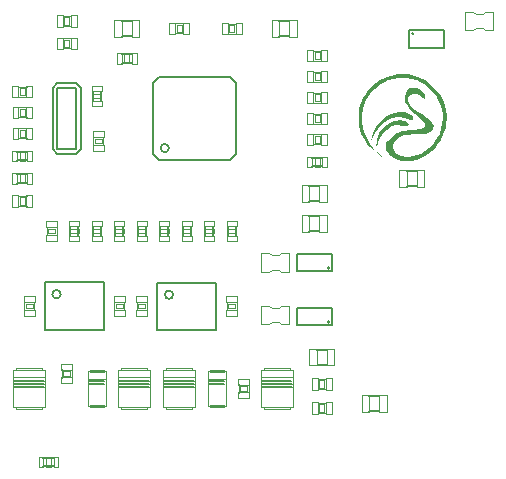
<source format=gbo>
G04 (created by PCBNEW (2013-03-19 BZR 4004)-stable) date 2014/11/27 13:38:41*
%MOIN*%
G04 Gerber Fmt 3.4, Leading zero omitted, Abs format*
%FSLAX34Y34*%
G01*
G70*
G90*
G04 APERTURE LIST*
%ADD10C,0*%
%ADD11C,0.00590551*%
%ADD12C,0.0026*%
%ADD13C,0.006*%
%ADD14C,0.004*%
%ADD15C,0.0019685*%
%ADD16C,0.0079*%
%ADD17C,0.0001*%
G04 APERTURE END LIST*
G54D10*
G54D11*
X70154Y-26234D02*
G75*
G03X70154Y-26234I-139J0D01*
G74*
G01*
X72377Y-25250D02*
X72377Y-24068D01*
X72377Y-24068D02*
X72181Y-23872D01*
X72181Y-23872D02*
X69818Y-23872D01*
X69818Y-23872D02*
X69622Y-24068D01*
X69622Y-24068D02*
X69622Y-26431D01*
X69622Y-26431D02*
X69818Y-26627D01*
X69818Y-26627D02*
X71984Y-26627D01*
X71984Y-26627D02*
X72181Y-26627D01*
X72181Y-26627D02*
X72377Y-26431D01*
X72377Y-26431D02*
X72377Y-25250D01*
G54D12*
X68910Y-21975D02*
X69165Y-21975D01*
X69165Y-21975D02*
X69165Y-22526D01*
X68910Y-22526D02*
X69165Y-22526D01*
X68910Y-21975D02*
X68910Y-22526D01*
X68330Y-21975D02*
X68586Y-21975D01*
X68586Y-21975D02*
X68586Y-22526D01*
X68330Y-22526D02*
X68586Y-22526D01*
X68330Y-21975D02*
X68330Y-22526D01*
G54D13*
X68589Y-22500D02*
X68911Y-22500D01*
X68589Y-22000D02*
X68911Y-22000D01*
G54D12*
X75410Y-32925D02*
X75665Y-32925D01*
X75665Y-32925D02*
X75665Y-33476D01*
X75410Y-33476D02*
X75665Y-33476D01*
X75410Y-32925D02*
X75410Y-33476D01*
X74830Y-32925D02*
X75086Y-32925D01*
X75086Y-32925D02*
X75086Y-33476D01*
X74830Y-33476D02*
X75086Y-33476D01*
X74830Y-32925D02*
X74830Y-33476D01*
G54D13*
X75089Y-33450D02*
X75411Y-33450D01*
X75089Y-32950D02*
X75411Y-32950D01*
G54D12*
X75160Y-28475D02*
X75415Y-28475D01*
X75415Y-28475D02*
X75415Y-29026D01*
X75160Y-29026D02*
X75415Y-29026D01*
X75160Y-28475D02*
X75160Y-29026D01*
X74580Y-28475D02*
X74836Y-28475D01*
X74836Y-28475D02*
X74836Y-29026D01*
X74580Y-29026D02*
X74836Y-29026D01*
X74580Y-28475D02*
X74580Y-29026D01*
G54D13*
X74839Y-29000D02*
X75161Y-29000D01*
X74839Y-28500D02*
X75161Y-28500D01*
G54D12*
X77160Y-34475D02*
X77415Y-34475D01*
X77415Y-34475D02*
X77415Y-35026D01*
X77160Y-35026D02*
X77415Y-35026D01*
X77160Y-34475D02*
X77160Y-35026D01*
X76580Y-34475D02*
X76836Y-34475D01*
X76836Y-34475D02*
X76836Y-35026D01*
X76580Y-35026D02*
X76836Y-35026D01*
X76580Y-34475D02*
X76580Y-35026D01*
G54D13*
X76839Y-35000D02*
X77161Y-35000D01*
X76839Y-34500D02*
X77161Y-34500D01*
G54D12*
X73840Y-22525D02*
X73585Y-22525D01*
X73585Y-22525D02*
X73585Y-21974D01*
X73840Y-21974D02*
X73585Y-21974D01*
X73840Y-22525D02*
X73840Y-21974D01*
X74420Y-22525D02*
X74164Y-22525D01*
X74164Y-22525D02*
X74164Y-21974D01*
X74420Y-21974D02*
X74164Y-21974D01*
X74420Y-22525D02*
X74420Y-21974D01*
G54D13*
X74161Y-22000D02*
X73839Y-22000D01*
X74161Y-22500D02*
X73839Y-22500D01*
G54D12*
X75160Y-27475D02*
X75415Y-27475D01*
X75415Y-27475D02*
X75415Y-28026D01*
X75160Y-28026D02*
X75415Y-28026D01*
X75160Y-27475D02*
X75160Y-28026D01*
X74580Y-27475D02*
X74836Y-27475D01*
X74836Y-27475D02*
X74836Y-28026D01*
X74580Y-28026D02*
X74836Y-28026D01*
X74580Y-27475D02*
X74580Y-28026D01*
G54D13*
X74839Y-28000D02*
X75161Y-28000D01*
X74839Y-27500D02*
X75161Y-27500D01*
G54D12*
X78410Y-26975D02*
X78665Y-26975D01*
X78665Y-26975D02*
X78665Y-27526D01*
X78410Y-27526D02*
X78665Y-27526D01*
X78410Y-26975D02*
X78410Y-27526D01*
X77830Y-26975D02*
X78086Y-26975D01*
X78086Y-26975D02*
X78086Y-27526D01*
X77830Y-27526D02*
X78086Y-27526D01*
X77830Y-26975D02*
X77830Y-27526D01*
G54D13*
X78089Y-27500D02*
X78411Y-27500D01*
X78089Y-27000D02*
X78411Y-27000D01*
G54D12*
X65440Y-26330D02*
X65600Y-26330D01*
X65600Y-26330D02*
X65600Y-26670D01*
X65440Y-26670D02*
X65600Y-26670D01*
X65440Y-26330D02*
X65440Y-26670D01*
X64940Y-26330D02*
X65100Y-26330D01*
X65100Y-26330D02*
X65100Y-26670D01*
X64940Y-26670D02*
X65100Y-26670D01*
X64940Y-26330D02*
X64940Y-26670D01*
X65192Y-26343D02*
X65348Y-26343D01*
X65348Y-26343D02*
X65348Y-26657D01*
X65192Y-26657D02*
X65348Y-26657D01*
X65192Y-26343D02*
X65192Y-26657D01*
G54D13*
X65100Y-26360D02*
X65440Y-26360D01*
X65440Y-26640D02*
X65100Y-26640D01*
G54D12*
X68580Y-23420D02*
X68420Y-23420D01*
X68420Y-23420D02*
X68420Y-23080D01*
X68580Y-23080D02*
X68420Y-23080D01*
X68580Y-23420D02*
X68580Y-23080D01*
X69080Y-23420D02*
X68920Y-23420D01*
X68920Y-23420D02*
X68920Y-23080D01*
X69080Y-23080D02*
X68920Y-23080D01*
X69080Y-23420D02*
X69080Y-23080D01*
X68828Y-23407D02*
X68672Y-23407D01*
X68672Y-23407D02*
X68672Y-23093D01*
X68828Y-23093D02*
X68672Y-23093D01*
X68828Y-23407D02*
X68828Y-23093D01*
G54D13*
X68920Y-23390D02*
X68580Y-23390D01*
X68580Y-23110D02*
X68920Y-23110D01*
G54D12*
X75270Y-26530D02*
X75430Y-26530D01*
X75430Y-26530D02*
X75430Y-26870D01*
X75270Y-26870D02*
X75430Y-26870D01*
X75270Y-26530D02*
X75270Y-26870D01*
X74770Y-26530D02*
X74930Y-26530D01*
X74930Y-26530D02*
X74930Y-26870D01*
X74770Y-26870D02*
X74930Y-26870D01*
X74770Y-26530D02*
X74770Y-26870D01*
X75022Y-26543D02*
X75178Y-26543D01*
X75178Y-26543D02*
X75178Y-26857D01*
X75022Y-26857D02*
X75178Y-26857D01*
X75022Y-26543D02*
X75022Y-26857D01*
G54D13*
X74930Y-26560D02*
X75270Y-26560D01*
X75270Y-26840D02*
X74930Y-26840D01*
G54D12*
X65440Y-27080D02*
X65600Y-27080D01*
X65600Y-27080D02*
X65600Y-27420D01*
X65440Y-27420D02*
X65600Y-27420D01*
X65440Y-27080D02*
X65440Y-27420D01*
X64940Y-27080D02*
X65100Y-27080D01*
X65100Y-27080D02*
X65100Y-27420D01*
X64940Y-27420D02*
X65100Y-27420D01*
X64940Y-27080D02*
X64940Y-27420D01*
X65192Y-27093D02*
X65348Y-27093D01*
X65348Y-27093D02*
X65348Y-27407D01*
X65192Y-27407D02*
X65348Y-27407D01*
X65192Y-27093D02*
X65192Y-27407D01*
G54D13*
X65100Y-27110D02*
X65440Y-27110D01*
X65440Y-27390D02*
X65100Y-27390D01*
G54D12*
X71670Y-29170D02*
X71670Y-29330D01*
X71670Y-29330D02*
X71330Y-29330D01*
X71330Y-29170D02*
X71330Y-29330D01*
X71670Y-29170D02*
X71330Y-29170D01*
X71670Y-28670D02*
X71670Y-28830D01*
X71670Y-28830D02*
X71330Y-28830D01*
X71330Y-28670D02*
X71330Y-28830D01*
X71670Y-28670D02*
X71330Y-28670D01*
X71657Y-28922D02*
X71657Y-29078D01*
X71657Y-29078D02*
X71343Y-29078D01*
X71343Y-28922D02*
X71343Y-29078D01*
X71657Y-28922D02*
X71343Y-28922D01*
G54D13*
X71640Y-28830D02*
X71640Y-29170D01*
X71360Y-29170D02*
X71360Y-28830D01*
G54D12*
X72420Y-29170D02*
X72420Y-29330D01*
X72420Y-29330D02*
X72080Y-29330D01*
X72080Y-29170D02*
X72080Y-29330D01*
X72420Y-29170D02*
X72080Y-29170D01*
X72420Y-28670D02*
X72420Y-28830D01*
X72420Y-28830D02*
X72080Y-28830D01*
X72080Y-28670D02*
X72080Y-28830D01*
X72420Y-28670D02*
X72080Y-28670D01*
X72407Y-28922D02*
X72407Y-29078D01*
X72407Y-29078D02*
X72093Y-29078D01*
X72093Y-28922D02*
X72093Y-29078D01*
X72407Y-28922D02*
X72093Y-28922D01*
G54D13*
X72390Y-28830D02*
X72390Y-29170D01*
X72110Y-29170D02*
X72110Y-28830D01*
G54D12*
X70920Y-29170D02*
X70920Y-29330D01*
X70920Y-29330D02*
X70580Y-29330D01*
X70580Y-29170D02*
X70580Y-29330D01*
X70920Y-29170D02*
X70580Y-29170D01*
X70920Y-28670D02*
X70920Y-28830D01*
X70920Y-28830D02*
X70580Y-28830D01*
X70580Y-28670D02*
X70580Y-28830D01*
X70920Y-28670D02*
X70580Y-28670D01*
X70907Y-28922D02*
X70907Y-29078D01*
X70907Y-29078D02*
X70593Y-29078D01*
X70593Y-28922D02*
X70593Y-29078D01*
X70907Y-28922D02*
X70593Y-28922D01*
G54D13*
X70890Y-28830D02*
X70890Y-29170D01*
X70610Y-29170D02*
X70610Y-28830D01*
G54D12*
X68670Y-29170D02*
X68670Y-29330D01*
X68670Y-29330D02*
X68330Y-29330D01*
X68330Y-29170D02*
X68330Y-29330D01*
X68670Y-29170D02*
X68330Y-29170D01*
X68670Y-28670D02*
X68670Y-28830D01*
X68670Y-28830D02*
X68330Y-28830D01*
X68330Y-28670D02*
X68330Y-28830D01*
X68670Y-28670D02*
X68330Y-28670D01*
X68657Y-28922D02*
X68657Y-29078D01*
X68657Y-29078D02*
X68343Y-29078D01*
X68343Y-28922D02*
X68343Y-29078D01*
X68657Y-28922D02*
X68343Y-28922D01*
G54D13*
X68640Y-28830D02*
X68640Y-29170D01*
X68360Y-29170D02*
X68360Y-28830D01*
G54D12*
X67170Y-29170D02*
X67170Y-29330D01*
X67170Y-29330D02*
X66830Y-29330D01*
X66830Y-29170D02*
X66830Y-29330D01*
X67170Y-29170D02*
X66830Y-29170D01*
X67170Y-28670D02*
X67170Y-28830D01*
X67170Y-28830D02*
X66830Y-28830D01*
X66830Y-28670D02*
X66830Y-28830D01*
X67170Y-28670D02*
X66830Y-28670D01*
X67157Y-28922D02*
X67157Y-29078D01*
X67157Y-29078D02*
X66843Y-29078D01*
X66843Y-28922D02*
X66843Y-29078D01*
X67157Y-28922D02*
X66843Y-28922D01*
G54D13*
X67140Y-28830D02*
X67140Y-29170D01*
X66860Y-29170D02*
X66860Y-28830D01*
G54D12*
X69420Y-29170D02*
X69420Y-29330D01*
X69420Y-29330D02*
X69080Y-29330D01*
X69080Y-29170D02*
X69080Y-29330D01*
X69420Y-29170D02*
X69080Y-29170D01*
X69420Y-28670D02*
X69420Y-28830D01*
X69420Y-28830D02*
X69080Y-28830D01*
X69080Y-28670D02*
X69080Y-28830D01*
X69420Y-28670D02*
X69080Y-28670D01*
X69407Y-28922D02*
X69407Y-29078D01*
X69407Y-29078D02*
X69093Y-29078D01*
X69093Y-28922D02*
X69093Y-29078D01*
X69407Y-28922D02*
X69093Y-28922D01*
G54D13*
X69390Y-28830D02*
X69390Y-29170D01*
X69110Y-29170D02*
X69110Y-28830D01*
G54D12*
X70170Y-29170D02*
X70170Y-29330D01*
X70170Y-29330D02*
X69830Y-29330D01*
X69830Y-29170D02*
X69830Y-29330D01*
X70170Y-29170D02*
X69830Y-29170D01*
X70170Y-28670D02*
X70170Y-28830D01*
X70170Y-28830D02*
X69830Y-28830D01*
X69830Y-28670D02*
X69830Y-28830D01*
X70170Y-28670D02*
X69830Y-28670D01*
X70157Y-28922D02*
X70157Y-29078D01*
X70157Y-29078D02*
X69843Y-29078D01*
X69843Y-28922D02*
X69843Y-29078D01*
X70157Y-28922D02*
X69843Y-28922D01*
G54D13*
X70140Y-28830D02*
X70140Y-29170D01*
X69860Y-29170D02*
X69860Y-28830D01*
G54D12*
X67580Y-24330D02*
X67580Y-24170D01*
X67580Y-24170D02*
X67920Y-24170D01*
X67920Y-24330D02*
X67920Y-24170D01*
X67580Y-24330D02*
X67920Y-24330D01*
X67580Y-24830D02*
X67580Y-24670D01*
X67580Y-24670D02*
X67920Y-24670D01*
X67920Y-24830D02*
X67920Y-24670D01*
X67580Y-24830D02*
X67920Y-24830D01*
X67593Y-24578D02*
X67593Y-24422D01*
X67593Y-24422D02*
X67907Y-24422D01*
X67907Y-24578D02*
X67907Y-24422D01*
X67593Y-24578D02*
X67907Y-24578D01*
G54D13*
X67610Y-24670D02*
X67610Y-24330D01*
X67890Y-24330D02*
X67890Y-24670D01*
G54D12*
X67920Y-29170D02*
X67920Y-29330D01*
X67920Y-29330D02*
X67580Y-29330D01*
X67580Y-29170D02*
X67580Y-29330D01*
X67920Y-29170D02*
X67580Y-29170D01*
X67920Y-28670D02*
X67920Y-28830D01*
X67920Y-28830D02*
X67580Y-28830D01*
X67580Y-28670D02*
X67580Y-28830D01*
X67920Y-28670D02*
X67580Y-28670D01*
X67907Y-28922D02*
X67907Y-29078D01*
X67907Y-29078D02*
X67593Y-29078D01*
X67593Y-28922D02*
X67593Y-29078D01*
X67907Y-28922D02*
X67593Y-28922D01*
G54D13*
X67890Y-28830D02*
X67890Y-29170D01*
X67610Y-29170D02*
X67610Y-28830D01*
G54D11*
X66277Y-24226D02*
X66277Y-26234D01*
X66277Y-26234D02*
X66277Y-26273D01*
X66277Y-26273D02*
X66435Y-26431D01*
X66435Y-26431D02*
X67064Y-26431D01*
X67064Y-26431D02*
X67222Y-26273D01*
X67222Y-26273D02*
X67222Y-24226D01*
X67222Y-24226D02*
X67064Y-24068D01*
X67064Y-24068D02*
X66435Y-24068D01*
X66435Y-24068D02*
X66277Y-24226D01*
X66435Y-24226D02*
X66435Y-26234D01*
X66435Y-26234D02*
X66435Y-26273D01*
X66435Y-26273D02*
X67064Y-26273D01*
X67064Y-26273D02*
X67064Y-24226D01*
X67064Y-24226D02*
X66435Y-24226D01*
G54D12*
X66935Y-33420D02*
X66935Y-33617D01*
X66935Y-33617D02*
X66561Y-33617D01*
X66561Y-33420D02*
X66561Y-33617D01*
X66935Y-33420D02*
X66561Y-33420D01*
X66935Y-33880D02*
X66935Y-34076D01*
X66935Y-34076D02*
X66561Y-34076D01*
X66561Y-33880D02*
X66561Y-34076D01*
X66935Y-33880D02*
X66561Y-33880D01*
X66868Y-33672D02*
X66868Y-33828D01*
X66868Y-33828D02*
X66632Y-33828D01*
X66632Y-33672D02*
X66632Y-33828D01*
X66868Y-33672D02*
X66632Y-33672D01*
G54D14*
X66580Y-33610D02*
X66580Y-33890D01*
X66914Y-33610D02*
X66914Y-33890D01*
G54D12*
X72835Y-33920D02*
X72835Y-34117D01*
X72835Y-34117D02*
X72461Y-34117D01*
X72461Y-33920D02*
X72461Y-34117D01*
X72835Y-33920D02*
X72461Y-33920D01*
X72835Y-34380D02*
X72835Y-34576D01*
X72835Y-34576D02*
X72461Y-34576D01*
X72461Y-34380D02*
X72461Y-34576D01*
X72835Y-34380D02*
X72461Y-34380D01*
X72768Y-34172D02*
X72768Y-34328D01*
X72768Y-34328D02*
X72532Y-34328D01*
X72532Y-34172D02*
X72532Y-34328D01*
X72768Y-34172D02*
X72532Y-34172D01*
G54D14*
X72480Y-34110D02*
X72480Y-34390D01*
X72814Y-34110D02*
X72814Y-34390D01*
G54D12*
X75430Y-26135D02*
X75233Y-26135D01*
X75233Y-26135D02*
X75233Y-25761D01*
X75430Y-25761D02*
X75233Y-25761D01*
X75430Y-26135D02*
X75430Y-25761D01*
X74970Y-26135D02*
X74774Y-26135D01*
X74774Y-26135D02*
X74774Y-25761D01*
X74970Y-25761D02*
X74774Y-25761D01*
X74970Y-26135D02*
X74970Y-25761D01*
X75178Y-26068D02*
X75022Y-26068D01*
X75022Y-26068D02*
X75022Y-25832D01*
X75178Y-25832D02*
X75022Y-25832D01*
X75178Y-26068D02*
X75178Y-25832D01*
G54D14*
X75240Y-25780D02*
X74960Y-25780D01*
X75240Y-26114D02*
X74960Y-26114D01*
G54D12*
X74770Y-25065D02*
X74967Y-25065D01*
X74967Y-25065D02*
X74967Y-25439D01*
X74770Y-25439D02*
X74967Y-25439D01*
X74770Y-25065D02*
X74770Y-25439D01*
X75230Y-25065D02*
X75426Y-25065D01*
X75426Y-25065D02*
X75426Y-25439D01*
X75230Y-25439D02*
X75426Y-25439D01*
X75230Y-25065D02*
X75230Y-25439D01*
X75022Y-25132D02*
X75178Y-25132D01*
X75178Y-25132D02*
X75178Y-25368D01*
X75022Y-25368D02*
X75178Y-25368D01*
X75022Y-25132D02*
X75022Y-25368D01*
G54D14*
X74960Y-25420D02*
X75240Y-25420D01*
X74960Y-25086D02*
X75240Y-25086D01*
G54D12*
X74770Y-24365D02*
X74967Y-24365D01*
X74967Y-24365D02*
X74967Y-24739D01*
X74770Y-24739D02*
X74967Y-24739D01*
X74770Y-24365D02*
X74770Y-24739D01*
X75230Y-24365D02*
X75426Y-24365D01*
X75426Y-24365D02*
X75426Y-24739D01*
X75230Y-24739D02*
X75426Y-24739D01*
X75230Y-24365D02*
X75230Y-24739D01*
X75022Y-24432D02*
X75178Y-24432D01*
X75178Y-24432D02*
X75178Y-24668D01*
X75022Y-24668D02*
X75178Y-24668D01*
X75022Y-24432D02*
X75022Y-24668D01*
G54D14*
X74960Y-24720D02*
X75240Y-24720D01*
X74960Y-24386D02*
X75240Y-24386D01*
G54D12*
X67080Y-22935D02*
X66883Y-22935D01*
X66883Y-22935D02*
X66883Y-22561D01*
X67080Y-22561D02*
X66883Y-22561D01*
X67080Y-22935D02*
X67080Y-22561D01*
X66620Y-22935D02*
X66424Y-22935D01*
X66424Y-22935D02*
X66424Y-22561D01*
X66620Y-22561D02*
X66424Y-22561D01*
X66620Y-22935D02*
X66620Y-22561D01*
X66828Y-22868D02*
X66672Y-22868D01*
X66672Y-22868D02*
X66672Y-22632D01*
X66828Y-22632D02*
X66672Y-22632D01*
X66828Y-22868D02*
X66828Y-22632D01*
G54D14*
X66890Y-22580D02*
X66610Y-22580D01*
X66890Y-22914D02*
X66610Y-22914D01*
G54D12*
X65600Y-25235D02*
X65403Y-25235D01*
X65403Y-25235D02*
X65403Y-24861D01*
X65600Y-24861D02*
X65403Y-24861D01*
X65600Y-25235D02*
X65600Y-24861D01*
X65140Y-25235D02*
X64944Y-25235D01*
X64944Y-25235D02*
X64944Y-24861D01*
X65140Y-24861D02*
X64944Y-24861D01*
X65140Y-25235D02*
X65140Y-24861D01*
X65348Y-25168D02*
X65192Y-25168D01*
X65192Y-25168D02*
X65192Y-24932D01*
X65348Y-24932D02*
X65192Y-24932D01*
X65348Y-25168D02*
X65348Y-24932D01*
G54D14*
X65410Y-24880D02*
X65130Y-24880D01*
X65410Y-25214D02*
X65130Y-25214D01*
G54D12*
X65600Y-25935D02*
X65403Y-25935D01*
X65403Y-25935D02*
X65403Y-25561D01*
X65600Y-25561D02*
X65403Y-25561D01*
X65600Y-25935D02*
X65600Y-25561D01*
X65140Y-25935D02*
X64944Y-25935D01*
X64944Y-25935D02*
X64944Y-25561D01*
X65140Y-25561D02*
X64944Y-25561D01*
X65140Y-25935D02*
X65140Y-25561D01*
X65348Y-25868D02*
X65192Y-25868D01*
X65192Y-25868D02*
X65192Y-25632D01*
X65348Y-25632D02*
X65192Y-25632D01*
X65348Y-25868D02*
X65348Y-25632D01*
G54D14*
X65410Y-25580D02*
X65130Y-25580D01*
X65410Y-25914D02*
X65130Y-25914D01*
G54D12*
X67080Y-22185D02*
X66883Y-22185D01*
X66883Y-22185D02*
X66883Y-21811D01*
X67080Y-21811D02*
X66883Y-21811D01*
X67080Y-22185D02*
X67080Y-21811D01*
X66620Y-22185D02*
X66424Y-22185D01*
X66424Y-22185D02*
X66424Y-21811D01*
X66620Y-21811D02*
X66424Y-21811D01*
X66620Y-22185D02*
X66620Y-21811D01*
X66828Y-22118D02*
X66672Y-22118D01*
X66672Y-22118D02*
X66672Y-21882D01*
X66828Y-21882D02*
X66672Y-21882D01*
X66828Y-22118D02*
X66828Y-21882D01*
G54D14*
X66890Y-21830D02*
X66610Y-21830D01*
X66890Y-22164D02*
X66610Y-22164D01*
G54D12*
X70830Y-22435D02*
X70633Y-22435D01*
X70633Y-22435D02*
X70633Y-22061D01*
X70830Y-22061D02*
X70633Y-22061D01*
X70830Y-22435D02*
X70830Y-22061D01*
X70370Y-22435D02*
X70174Y-22435D01*
X70174Y-22435D02*
X70174Y-22061D01*
X70370Y-22061D02*
X70174Y-22061D01*
X70370Y-22435D02*
X70370Y-22061D01*
X70578Y-22368D02*
X70422Y-22368D01*
X70422Y-22368D02*
X70422Y-22132D01*
X70578Y-22132D02*
X70422Y-22132D01*
X70578Y-22368D02*
X70578Y-22132D01*
G54D14*
X70640Y-22080D02*
X70360Y-22080D01*
X70640Y-22414D02*
X70360Y-22414D01*
G54D12*
X71920Y-22065D02*
X72117Y-22065D01*
X72117Y-22065D02*
X72117Y-22439D01*
X71920Y-22439D02*
X72117Y-22439D01*
X71920Y-22065D02*
X71920Y-22439D01*
X72380Y-22065D02*
X72576Y-22065D01*
X72576Y-22065D02*
X72576Y-22439D01*
X72380Y-22439D02*
X72576Y-22439D01*
X72380Y-22065D02*
X72380Y-22439D01*
X72172Y-22132D02*
X72328Y-22132D01*
X72328Y-22132D02*
X72328Y-22368D01*
X72172Y-22368D02*
X72328Y-22368D01*
X72172Y-22132D02*
X72172Y-22368D01*
G54D14*
X72110Y-22420D02*
X72390Y-22420D01*
X72110Y-22086D02*
X72390Y-22086D01*
G54D12*
X64940Y-24165D02*
X65137Y-24165D01*
X65137Y-24165D02*
X65137Y-24539D01*
X64940Y-24539D02*
X65137Y-24539D01*
X64940Y-24165D02*
X64940Y-24539D01*
X65400Y-24165D02*
X65596Y-24165D01*
X65596Y-24165D02*
X65596Y-24539D01*
X65400Y-24539D02*
X65596Y-24539D01*
X65400Y-24165D02*
X65400Y-24539D01*
X65192Y-24232D02*
X65348Y-24232D01*
X65348Y-24232D02*
X65348Y-24468D01*
X65192Y-24468D02*
X65348Y-24468D01*
X65192Y-24232D02*
X65192Y-24468D01*
G54D14*
X65130Y-24520D02*
X65410Y-24520D01*
X65130Y-24186D02*
X65410Y-24186D01*
G54D12*
X66435Y-28670D02*
X66435Y-28867D01*
X66435Y-28867D02*
X66061Y-28867D01*
X66061Y-28670D02*
X66061Y-28867D01*
X66435Y-28670D02*
X66061Y-28670D01*
X66435Y-29130D02*
X66435Y-29326D01*
X66435Y-29326D02*
X66061Y-29326D01*
X66061Y-29130D02*
X66061Y-29326D01*
X66435Y-29130D02*
X66061Y-29130D01*
X66368Y-28922D02*
X66368Y-29078D01*
X66368Y-29078D02*
X66132Y-29078D01*
X66132Y-28922D02*
X66132Y-29078D01*
X66368Y-28922D02*
X66132Y-28922D01*
G54D14*
X66080Y-28860D02*
X66080Y-29140D01*
X66414Y-28860D02*
X66414Y-29140D01*
G54D12*
X74770Y-23665D02*
X74967Y-23665D01*
X74967Y-23665D02*
X74967Y-24039D01*
X74770Y-24039D02*
X74967Y-24039D01*
X74770Y-23665D02*
X74770Y-24039D01*
X75230Y-23665D02*
X75426Y-23665D01*
X75426Y-23665D02*
X75426Y-24039D01*
X75230Y-24039D02*
X75426Y-24039D01*
X75230Y-23665D02*
X75230Y-24039D01*
X75022Y-23732D02*
X75178Y-23732D01*
X75178Y-23732D02*
X75178Y-23968D01*
X75022Y-23968D02*
X75178Y-23968D01*
X75022Y-23732D02*
X75022Y-23968D01*
G54D14*
X74960Y-24020D02*
X75240Y-24020D01*
X74960Y-23686D02*
X75240Y-23686D01*
G54D12*
X74770Y-22965D02*
X74967Y-22965D01*
X74967Y-22965D02*
X74967Y-23339D01*
X74770Y-23339D02*
X74967Y-23339D01*
X74770Y-22965D02*
X74770Y-23339D01*
X75230Y-22965D02*
X75426Y-22965D01*
X75426Y-22965D02*
X75426Y-23339D01*
X75230Y-23339D02*
X75426Y-23339D01*
X75230Y-22965D02*
X75230Y-23339D01*
X75022Y-23032D02*
X75178Y-23032D01*
X75178Y-23032D02*
X75178Y-23268D01*
X75022Y-23268D02*
X75178Y-23268D01*
X75022Y-23032D02*
X75022Y-23268D01*
G54D14*
X74960Y-23320D02*
X75240Y-23320D01*
X74960Y-22986D02*
X75240Y-22986D01*
G54D12*
X67993Y-25672D02*
X67993Y-25869D01*
X67993Y-25869D02*
X67619Y-25869D01*
X67619Y-25672D02*
X67619Y-25869D01*
X67993Y-25672D02*
X67619Y-25672D01*
X67993Y-26132D02*
X67993Y-26328D01*
X67993Y-26328D02*
X67619Y-26328D01*
X67619Y-26132D02*
X67619Y-26328D01*
X67993Y-26132D02*
X67619Y-26132D01*
X67926Y-25924D02*
X67926Y-26080D01*
X67926Y-26080D02*
X67690Y-26080D01*
X67690Y-25924D02*
X67690Y-26080D01*
X67926Y-25924D02*
X67690Y-25924D01*
G54D14*
X67638Y-25862D02*
X67638Y-26142D01*
X67972Y-25862D02*
X67972Y-26142D01*
G54D12*
X64940Y-27815D02*
X65137Y-27815D01*
X65137Y-27815D02*
X65137Y-28189D01*
X64940Y-28189D02*
X65137Y-28189D01*
X64940Y-27815D02*
X64940Y-28189D01*
X65400Y-27815D02*
X65596Y-27815D01*
X65596Y-27815D02*
X65596Y-28189D01*
X65400Y-28189D02*
X65596Y-28189D01*
X65400Y-27815D02*
X65400Y-28189D01*
X65192Y-27882D02*
X65348Y-27882D01*
X65348Y-27882D02*
X65348Y-28118D01*
X65192Y-28118D02*
X65348Y-28118D01*
X65192Y-27882D02*
X65192Y-28118D01*
G54D14*
X65130Y-28170D02*
X65410Y-28170D01*
X65130Y-27836D02*
X65410Y-27836D01*
G54D12*
X75580Y-35085D02*
X75383Y-35085D01*
X75383Y-35085D02*
X75383Y-34711D01*
X75580Y-34711D02*
X75383Y-34711D01*
X75580Y-35085D02*
X75580Y-34711D01*
X75120Y-35085D02*
X74924Y-35085D01*
X74924Y-35085D02*
X74924Y-34711D01*
X75120Y-34711D02*
X74924Y-34711D01*
X75120Y-35085D02*
X75120Y-34711D01*
X75328Y-35018D02*
X75172Y-35018D01*
X75172Y-35018D02*
X75172Y-34782D01*
X75328Y-34782D02*
X75172Y-34782D01*
X75328Y-35018D02*
X75328Y-34782D01*
G54D14*
X75390Y-34730D02*
X75110Y-34730D01*
X75390Y-35064D02*
X75110Y-35064D01*
G54D12*
X74920Y-33915D02*
X75117Y-33915D01*
X75117Y-33915D02*
X75117Y-34289D01*
X74920Y-34289D02*
X75117Y-34289D01*
X74920Y-33915D02*
X74920Y-34289D01*
X75380Y-33915D02*
X75576Y-33915D01*
X75576Y-33915D02*
X75576Y-34289D01*
X75380Y-34289D02*
X75576Y-34289D01*
X75380Y-33915D02*
X75380Y-34289D01*
X75172Y-33982D02*
X75328Y-33982D01*
X75328Y-33982D02*
X75328Y-34218D01*
X75172Y-34218D02*
X75328Y-34218D01*
X75172Y-33982D02*
X75172Y-34218D01*
G54D14*
X75110Y-34270D02*
X75390Y-34270D01*
X75110Y-33936D02*
X75390Y-33936D01*
G54D11*
X66548Y-31106D02*
G75*
G03X66548Y-31106I-139J0D01*
G74*
G01*
X66015Y-31500D02*
X66015Y-32287D01*
X66015Y-32287D02*
X67984Y-32287D01*
X67984Y-32287D02*
X67984Y-30712D01*
X67984Y-30712D02*
X66015Y-30712D01*
X66015Y-30712D02*
X66015Y-31500D01*
X70298Y-31124D02*
G75*
G03X70298Y-31124I-139J0D01*
G74*
G01*
X69765Y-31518D02*
X69765Y-32305D01*
X69765Y-32305D02*
X71734Y-32305D01*
X71734Y-32305D02*
X71734Y-30730D01*
X71734Y-30730D02*
X69765Y-30730D01*
X69765Y-30730D02*
X69765Y-31518D01*
X75500Y-32028D02*
G75*
G03X75500Y-32028I-27J0D01*
G74*
G01*
X75590Y-32146D02*
X74409Y-32146D01*
X74409Y-32146D02*
X74409Y-31556D01*
X74409Y-31556D02*
X75590Y-31556D01*
X75590Y-32146D02*
X75590Y-31556D01*
X78305Y-22421D02*
G75*
G03X78305Y-22421I-27J0D01*
G74*
G01*
X78159Y-22303D02*
X79340Y-22303D01*
X79340Y-22303D02*
X79340Y-22893D01*
X79340Y-22893D02*
X78159Y-22893D01*
X78159Y-22303D02*
X78159Y-22893D01*
X75500Y-30228D02*
G75*
G03X75500Y-30228I-27J0D01*
G74*
G01*
X75590Y-30346D02*
X74409Y-30346D01*
X74409Y-30346D02*
X74409Y-29756D01*
X74409Y-29756D02*
X75590Y-29756D01*
X75590Y-30346D02*
X75590Y-29756D01*
G54D15*
X80618Y-22236D02*
X80381Y-22236D01*
X80618Y-22236D02*
X80696Y-22314D01*
X80696Y-22314D02*
X80972Y-22314D01*
X80972Y-21724D02*
X80972Y-21685D01*
X80972Y-21685D02*
X80696Y-21685D01*
X80696Y-21685D02*
X80618Y-21763D01*
X80618Y-21763D02*
X80381Y-21763D01*
X80381Y-21763D02*
X80303Y-21685D01*
X80303Y-21685D02*
X80027Y-21685D01*
X80027Y-21685D02*
X80027Y-21881D01*
X80027Y-21881D02*
X80027Y-22314D01*
X80027Y-22314D02*
X80303Y-22314D01*
X80303Y-22314D02*
X80381Y-22236D01*
X80972Y-22314D02*
X80972Y-21724D01*
X73581Y-31563D02*
X73818Y-31563D01*
X73581Y-31563D02*
X73503Y-31485D01*
X73503Y-31485D02*
X73227Y-31485D01*
X73227Y-32075D02*
X73227Y-32114D01*
X73227Y-32114D02*
X73503Y-32114D01*
X73503Y-32114D02*
X73581Y-32036D01*
X73581Y-32036D02*
X73818Y-32036D01*
X73818Y-32036D02*
X73896Y-32114D01*
X73896Y-32114D02*
X74172Y-32114D01*
X74172Y-32114D02*
X74172Y-31918D01*
X74172Y-31918D02*
X74172Y-31485D01*
X74172Y-31485D02*
X73896Y-31485D01*
X73896Y-31485D02*
X73818Y-31563D01*
X73227Y-31485D02*
X73227Y-32075D01*
X73581Y-29813D02*
X73818Y-29813D01*
X73581Y-29813D02*
X73503Y-29735D01*
X73503Y-29735D02*
X73227Y-29735D01*
X73227Y-30325D02*
X73227Y-30364D01*
X73227Y-30364D02*
X73503Y-30364D01*
X73503Y-30364D02*
X73581Y-30286D01*
X73581Y-30286D02*
X73818Y-30286D01*
X73818Y-30286D02*
X73896Y-30364D01*
X73896Y-30364D02*
X74172Y-30364D01*
X74172Y-30364D02*
X74172Y-30168D01*
X74172Y-30168D02*
X74172Y-29735D01*
X74172Y-29735D02*
X73896Y-29735D01*
X73896Y-29735D02*
X73818Y-29813D01*
X73227Y-29735D02*
X73227Y-30325D01*
G54D16*
X69450Y-34200D02*
X69500Y-34200D01*
X68500Y-34200D02*
X69450Y-34200D01*
X68500Y-34100D02*
X69500Y-34100D01*
X68505Y-33990D02*
X69485Y-33990D01*
G54D12*
X69433Y-33562D02*
X69433Y-33640D01*
X69433Y-33640D02*
X68567Y-33640D01*
X68567Y-33562D02*
X68567Y-33640D01*
X69433Y-33562D02*
X68567Y-33562D01*
X69433Y-34860D02*
X69433Y-34938D01*
X69433Y-34938D02*
X68567Y-34938D01*
X68567Y-34860D02*
X68567Y-34938D01*
X69433Y-34860D02*
X68567Y-34860D01*
X69531Y-33621D02*
X69531Y-33876D01*
X69531Y-33876D02*
X68469Y-33876D01*
X68469Y-33621D02*
X68469Y-33876D01*
X69531Y-33621D02*
X68469Y-33621D01*
G54D14*
X68469Y-33621D02*
X68469Y-34879D01*
X68469Y-34879D02*
X69531Y-34879D01*
X69531Y-34879D02*
X69531Y-33621D01*
X69531Y-33621D02*
X68469Y-33621D01*
G54D16*
X65950Y-34200D02*
X66000Y-34200D01*
X65000Y-34200D02*
X65950Y-34200D01*
X65000Y-34100D02*
X66000Y-34100D01*
X65005Y-33990D02*
X65985Y-33990D01*
G54D12*
X65933Y-33562D02*
X65933Y-33640D01*
X65933Y-33640D02*
X65067Y-33640D01*
X65067Y-33562D02*
X65067Y-33640D01*
X65933Y-33562D02*
X65067Y-33562D01*
X65933Y-34860D02*
X65933Y-34938D01*
X65933Y-34938D02*
X65067Y-34938D01*
X65067Y-34860D02*
X65067Y-34938D01*
X65933Y-34860D02*
X65067Y-34860D01*
X66031Y-33621D02*
X66031Y-33876D01*
X66031Y-33876D02*
X64969Y-33876D01*
X64969Y-33621D02*
X64969Y-33876D01*
X66031Y-33621D02*
X64969Y-33621D01*
G54D14*
X64969Y-33621D02*
X64969Y-34879D01*
X64969Y-34879D02*
X66031Y-34879D01*
X66031Y-34879D02*
X66031Y-33621D01*
X66031Y-33621D02*
X64969Y-33621D01*
G54D16*
X74200Y-34200D02*
X74250Y-34200D01*
X73250Y-34200D02*
X74200Y-34200D01*
X73250Y-34100D02*
X74250Y-34100D01*
X73255Y-33990D02*
X74235Y-33990D01*
G54D12*
X74183Y-33562D02*
X74183Y-33640D01*
X74183Y-33640D02*
X73317Y-33640D01*
X73317Y-33562D02*
X73317Y-33640D01*
X74183Y-33562D02*
X73317Y-33562D01*
X74183Y-34860D02*
X74183Y-34938D01*
X74183Y-34938D02*
X73317Y-34938D01*
X73317Y-34860D02*
X73317Y-34938D01*
X74183Y-34860D02*
X73317Y-34860D01*
X74281Y-33621D02*
X74281Y-33876D01*
X74281Y-33876D02*
X73219Y-33876D01*
X73219Y-33621D02*
X73219Y-33876D01*
X74281Y-33621D02*
X73219Y-33621D01*
G54D14*
X73219Y-33621D02*
X73219Y-34879D01*
X73219Y-34879D02*
X74281Y-34879D01*
X74281Y-34879D02*
X74281Y-33621D01*
X74281Y-33621D02*
X73219Y-33621D01*
G54D16*
X70950Y-34200D02*
X71000Y-34200D01*
X70000Y-34200D02*
X70950Y-34200D01*
X70000Y-34100D02*
X71000Y-34100D01*
X70005Y-33990D02*
X70985Y-33990D01*
G54D12*
X70933Y-33562D02*
X70933Y-33640D01*
X70933Y-33640D02*
X70067Y-33640D01*
X70067Y-33562D02*
X70067Y-33640D01*
X70933Y-33562D02*
X70067Y-33562D01*
X70933Y-34860D02*
X70933Y-34938D01*
X70933Y-34938D02*
X70067Y-34938D01*
X70067Y-34860D02*
X70067Y-34938D01*
X70933Y-34860D02*
X70067Y-34860D01*
X71031Y-33621D02*
X71031Y-33876D01*
X71031Y-33876D02*
X69969Y-33876D01*
X69969Y-33621D02*
X69969Y-33876D01*
X71031Y-33621D02*
X69969Y-33621D01*
G54D14*
X69969Y-33621D02*
X69969Y-34879D01*
X69969Y-34879D02*
X71031Y-34879D01*
X71031Y-34879D02*
X71031Y-33621D01*
X71031Y-33621D02*
X69969Y-33621D01*
G54D16*
X67500Y-34100D02*
X68000Y-34100D01*
X67500Y-34000D02*
X68000Y-34000D01*
G54D12*
X67986Y-33621D02*
X67986Y-33699D01*
X67986Y-33699D02*
X67514Y-33699D01*
X67514Y-33621D02*
X67514Y-33699D01*
X67986Y-33621D02*
X67514Y-33621D01*
X67986Y-34801D02*
X67986Y-34879D01*
X67986Y-34879D02*
X67514Y-34879D01*
X67514Y-34801D02*
X67514Y-34879D01*
X67986Y-34801D02*
X67514Y-34801D01*
X68045Y-33680D02*
X68045Y-33936D01*
X68045Y-33936D02*
X67455Y-33936D01*
X67455Y-33680D02*
X67455Y-33936D01*
X68045Y-33680D02*
X67455Y-33680D01*
G54D14*
X67455Y-33680D02*
X67455Y-34820D01*
X67455Y-34820D02*
X68045Y-34820D01*
X68045Y-34820D02*
X68045Y-33680D01*
X68045Y-33680D02*
X67455Y-33680D01*
G54D16*
X71500Y-34100D02*
X72000Y-34100D01*
X71500Y-34000D02*
X72000Y-34000D01*
G54D12*
X71986Y-33621D02*
X71986Y-33699D01*
X71986Y-33699D02*
X71514Y-33699D01*
X71514Y-33621D02*
X71514Y-33699D01*
X71986Y-33621D02*
X71514Y-33621D01*
X71986Y-34801D02*
X71986Y-34879D01*
X71986Y-34879D02*
X71514Y-34879D01*
X71514Y-34801D02*
X71514Y-34879D01*
X71986Y-34801D02*
X71514Y-34801D01*
X72045Y-33680D02*
X72045Y-33936D01*
X72045Y-33936D02*
X71455Y-33936D01*
X71455Y-33680D02*
X71455Y-33936D01*
X72045Y-33680D02*
X71455Y-33680D01*
G54D14*
X71455Y-33680D02*
X71455Y-34820D01*
X71455Y-34820D02*
X72045Y-34820D01*
X72045Y-34820D02*
X72045Y-33680D01*
X72045Y-33680D02*
X71455Y-33680D01*
G54D12*
X68315Y-31830D02*
X68315Y-31633D01*
X68315Y-31633D02*
X68689Y-31633D01*
X68689Y-31830D02*
X68689Y-31633D01*
X68315Y-31830D02*
X68689Y-31830D01*
X68315Y-31370D02*
X68315Y-31174D01*
X68315Y-31174D02*
X68689Y-31174D01*
X68689Y-31370D02*
X68689Y-31174D01*
X68315Y-31370D02*
X68689Y-31370D01*
X68382Y-31578D02*
X68382Y-31422D01*
X68382Y-31422D02*
X68618Y-31422D01*
X68618Y-31578D02*
X68618Y-31422D01*
X68382Y-31578D02*
X68618Y-31578D01*
G54D14*
X68670Y-31640D02*
X68670Y-31360D01*
X68336Y-31640D02*
X68336Y-31360D01*
G54D12*
X65315Y-31830D02*
X65315Y-31633D01*
X65315Y-31633D02*
X65689Y-31633D01*
X65689Y-31830D02*
X65689Y-31633D01*
X65315Y-31830D02*
X65689Y-31830D01*
X65315Y-31370D02*
X65315Y-31174D01*
X65315Y-31174D02*
X65689Y-31174D01*
X65689Y-31370D02*
X65689Y-31174D01*
X65315Y-31370D02*
X65689Y-31370D01*
X65382Y-31578D02*
X65382Y-31422D01*
X65382Y-31422D02*
X65618Y-31422D01*
X65618Y-31578D02*
X65618Y-31422D01*
X65382Y-31578D02*
X65618Y-31578D01*
G54D14*
X65670Y-31640D02*
X65670Y-31360D01*
X65336Y-31640D02*
X65336Y-31360D01*
G54D12*
X72065Y-31830D02*
X72065Y-31633D01*
X72065Y-31633D02*
X72439Y-31633D01*
X72439Y-31830D02*
X72439Y-31633D01*
X72065Y-31830D02*
X72439Y-31830D01*
X72065Y-31370D02*
X72065Y-31174D01*
X72065Y-31174D02*
X72439Y-31174D01*
X72439Y-31370D02*
X72439Y-31174D01*
X72065Y-31370D02*
X72439Y-31370D01*
X72132Y-31578D02*
X72132Y-31422D01*
X72132Y-31422D02*
X72368Y-31422D01*
X72368Y-31578D02*
X72368Y-31422D01*
X72132Y-31578D02*
X72368Y-31578D01*
G54D14*
X72420Y-31640D02*
X72420Y-31360D01*
X72086Y-31640D02*
X72086Y-31360D01*
G54D12*
X69065Y-31830D02*
X69065Y-31633D01*
X69065Y-31633D02*
X69439Y-31633D01*
X69439Y-31830D02*
X69439Y-31633D01*
X69065Y-31830D02*
X69439Y-31830D01*
X69065Y-31370D02*
X69065Y-31174D01*
X69065Y-31174D02*
X69439Y-31174D01*
X69439Y-31370D02*
X69439Y-31174D01*
X69065Y-31370D02*
X69439Y-31370D01*
X69132Y-31578D02*
X69132Y-31422D01*
X69132Y-31422D02*
X69368Y-31422D01*
X69368Y-31578D02*
X69368Y-31422D01*
X69132Y-31578D02*
X69368Y-31578D01*
G54D14*
X69420Y-31640D02*
X69420Y-31360D01*
X69086Y-31640D02*
X69086Y-31360D01*
G54D17*
G36*
X79417Y-25256D02*
X79406Y-25402D01*
X79376Y-25553D01*
X79332Y-25706D01*
X79271Y-25857D01*
X79222Y-25955D01*
X79142Y-26082D01*
X79044Y-26203D01*
X78930Y-26318D01*
X78807Y-26419D01*
X78677Y-26506D01*
X78544Y-26575D01*
X78500Y-26593D01*
X78377Y-26630D01*
X78242Y-26654D01*
X78104Y-26665D01*
X77972Y-26660D01*
X77918Y-26653D01*
X77783Y-26621D01*
X77664Y-26574D01*
X77564Y-26512D01*
X77480Y-26435D01*
X77416Y-26343D01*
X77405Y-26322D01*
X77384Y-26256D01*
X77377Y-26181D01*
X77386Y-26107D01*
X77408Y-26045D01*
X77449Y-25983D01*
X77510Y-25919D01*
X77586Y-25856D01*
X77672Y-25797D01*
X77762Y-25746D01*
X77855Y-25704D01*
X77856Y-25704D01*
X77938Y-25678D01*
X78032Y-25657D01*
X78142Y-25641D01*
X78272Y-25629D01*
X78318Y-25626D01*
X78388Y-25620D01*
X78456Y-25614D01*
X78513Y-25606D01*
X78556Y-25598D01*
X78567Y-25595D01*
X78617Y-25573D01*
X78658Y-25542D01*
X78684Y-25506D01*
X78691Y-25478D01*
X78680Y-25428D01*
X78649Y-25370D01*
X78600Y-25306D01*
X78534Y-25237D01*
X78453Y-25167D01*
X78423Y-25142D01*
X78356Y-25087D01*
X78288Y-25024D01*
X78223Y-24958D01*
X78163Y-24893D01*
X78113Y-24832D01*
X78078Y-24781D01*
X78071Y-24768D01*
X78036Y-24694D01*
X78018Y-24630D01*
X78013Y-24570D01*
X78020Y-24508D01*
X78045Y-24416D01*
X78086Y-24340D01*
X78138Y-24282D01*
X78200Y-24242D01*
X78229Y-24233D01*
X78283Y-24226D01*
X78349Y-24227D01*
X78419Y-24238D01*
X78477Y-24253D01*
X78546Y-24287D01*
X78606Y-24337D01*
X78652Y-24398D01*
X78682Y-24464D01*
X78691Y-24526D01*
X78689Y-24572D01*
X78684Y-24596D01*
X78670Y-24598D01*
X78646Y-24582D01*
X78622Y-24559D01*
X78558Y-24507D01*
X78487Y-24466D01*
X78415Y-24438D01*
X78348Y-24426D01*
X78343Y-24426D01*
X78276Y-24435D01*
X78215Y-24459D01*
X78168Y-24494D01*
X78157Y-24507D01*
X78137Y-24554D01*
X78128Y-24612D01*
X78132Y-24673D01*
X78149Y-24730D01*
X78151Y-24732D01*
X78196Y-24804D01*
X78264Y-24879D01*
X78354Y-24957D01*
X78462Y-25034D01*
X78577Y-25105D01*
X78685Y-25169D01*
X78772Y-25226D01*
X78842Y-25281D01*
X78896Y-25334D01*
X78936Y-25387D01*
X78955Y-25420D01*
X78976Y-25485D01*
X78974Y-25548D01*
X78951Y-25609D01*
X78908Y-25664D01*
X78845Y-25711D01*
X78768Y-25748D01*
X78744Y-25756D01*
X78718Y-25763D01*
X78689Y-25767D01*
X78652Y-25771D01*
X78604Y-25774D01*
X78541Y-25775D01*
X78460Y-25777D01*
X78416Y-25778D01*
X78282Y-25781D01*
X78171Y-25786D01*
X78076Y-25796D01*
X77999Y-25809D01*
X77932Y-25827D01*
X77875Y-25850D01*
X77824Y-25881D01*
X77776Y-25917D01*
X77760Y-25930D01*
X77696Y-25999D01*
X77653Y-26073D01*
X77632Y-26149D01*
X77632Y-26223D01*
X77648Y-26282D01*
X77693Y-26358D01*
X77758Y-26418D01*
X77840Y-26466D01*
X77941Y-26501D01*
X78056Y-26520D01*
X78158Y-26525D01*
X78299Y-26514D01*
X78437Y-26478D01*
X78572Y-26419D01*
X78704Y-26338D01*
X78832Y-26234D01*
X78880Y-26188D01*
X79000Y-26052D01*
X79099Y-25906D01*
X79176Y-25753D01*
X79232Y-25594D01*
X79268Y-25430D01*
X79284Y-25265D01*
X79278Y-25101D01*
X79251Y-24937D01*
X79204Y-24776D01*
X79135Y-24620D01*
X79045Y-24472D01*
X78936Y-24333D01*
X78859Y-24254D01*
X78724Y-24142D01*
X78580Y-24050D01*
X78427Y-23978D01*
X78268Y-23928D01*
X78104Y-23897D01*
X77940Y-23887D01*
X77776Y-23898D01*
X77612Y-23929D01*
X77452Y-23980D01*
X77300Y-24052D01*
X77156Y-24145D01*
X77024Y-24254D01*
X76935Y-24346D01*
X76861Y-24436D01*
X76798Y-24534D01*
X76742Y-24637D01*
X76671Y-24805D01*
X76624Y-24974D01*
X76599Y-25146D01*
X76598Y-25321D01*
X76603Y-25385D01*
X76626Y-25540D01*
X76663Y-25686D01*
X76714Y-25824D01*
X76782Y-25958D01*
X76868Y-26088D01*
X76972Y-26218D01*
X77096Y-26350D01*
X77243Y-26486D01*
X77259Y-26500D01*
X77286Y-26525D01*
X77296Y-26536D01*
X77289Y-26534D01*
X77268Y-26521D01*
X77235Y-26498D01*
X77189Y-26464D01*
X77134Y-26422D01*
X77119Y-26409D01*
X76981Y-26297D01*
X76865Y-26190D01*
X76768Y-26085D01*
X76688Y-25979D01*
X76623Y-25870D01*
X76571Y-25755D01*
X76531Y-25630D01*
X76500Y-25495D01*
X76496Y-25471D01*
X76476Y-25284D01*
X76479Y-25102D01*
X76504Y-24922D01*
X76553Y-24747D01*
X76624Y-24580D01*
X76715Y-24422D01*
X76828Y-24275D01*
X76924Y-24174D01*
X77060Y-24058D01*
X77201Y-23961D01*
X77353Y-23885D01*
X77518Y-23826D01*
X77698Y-23784D01*
X77725Y-23779D01*
X77820Y-23765D01*
X77902Y-23757D01*
X77977Y-23757D01*
X78056Y-23763D01*
X78148Y-23778D01*
X78153Y-23778D01*
X78344Y-23821D01*
X78520Y-23883D01*
X78684Y-23965D01*
X78834Y-24066D01*
X78973Y-24187D01*
X79004Y-24220D01*
X79117Y-24350D01*
X79211Y-24488D01*
X79286Y-24636D01*
X79344Y-24796D01*
X79388Y-24971D01*
X79411Y-25123D01*
X79417Y-25256D01*
X79417Y-25256D01*
X79417Y-25256D01*
G37*
G36*
X78151Y-25438D02*
X78140Y-25470D01*
X78111Y-25493D01*
X78064Y-25504D01*
X78004Y-25502D01*
X77931Y-25490D01*
X77920Y-25487D01*
X77814Y-25471D01*
X77707Y-25479D01*
X77599Y-25510D01*
X77488Y-25565D01*
X77488Y-25566D01*
X77409Y-25623D01*
X77332Y-25702D01*
X77260Y-25798D01*
X77192Y-25907D01*
X77135Y-26026D01*
X77128Y-26042D01*
X77109Y-26088D01*
X77092Y-26125D01*
X77081Y-26147D01*
X77079Y-26150D01*
X77075Y-26144D01*
X77075Y-26118D01*
X77077Y-26080D01*
X77078Y-26072D01*
X77092Y-25969D01*
X77116Y-25875D01*
X77153Y-25782D01*
X77171Y-25746D01*
X77236Y-25638D01*
X77320Y-25541D01*
X77420Y-25456D01*
X77531Y-25388D01*
X77651Y-25338D01*
X77655Y-25338D01*
X77731Y-25319D01*
X77809Y-25311D01*
X77888Y-25311D01*
X77962Y-25319D01*
X78028Y-25335D01*
X78084Y-25357D01*
X78124Y-25385D01*
X78148Y-25418D01*
X78151Y-25438D01*
X78151Y-25438D01*
X78151Y-25438D01*
G37*
G36*
X78308Y-25223D02*
X78301Y-25258D01*
X78283Y-25280D01*
X78250Y-25288D01*
X78202Y-25284D01*
X78136Y-25266D01*
X78087Y-25250D01*
X78037Y-25234D01*
X77999Y-25223D01*
X77960Y-25216D01*
X77916Y-25213D01*
X77859Y-25212D01*
X77828Y-25211D01*
X77760Y-25212D01*
X77707Y-25214D01*
X77664Y-25220D01*
X77625Y-25230D01*
X77595Y-25239D01*
X77468Y-25295D01*
X77348Y-25373D01*
X77234Y-25474D01*
X77127Y-25598D01*
X77027Y-25746D01*
X76964Y-25857D01*
X76940Y-25901D01*
X76920Y-25934D01*
X76908Y-25953D01*
X76904Y-25954D01*
X76908Y-25938D01*
X76917Y-25905D01*
X76930Y-25859D01*
X76941Y-25822D01*
X76999Y-25668D01*
X77069Y-25527D01*
X77151Y-25404D01*
X77244Y-25299D01*
X77315Y-25238D01*
X77441Y-25155D01*
X77570Y-25092D01*
X77701Y-25051D01*
X77832Y-25032D01*
X77961Y-25035D01*
X78013Y-25043D01*
X78101Y-25066D01*
X78177Y-25095D01*
X78239Y-25129D01*
X78281Y-25166D01*
X78304Y-25203D01*
X78308Y-25223D01*
X78308Y-25223D01*
X78308Y-25223D01*
G37*
G54D12*
X65974Y-36872D02*
X65814Y-36872D01*
X65814Y-36872D02*
X65814Y-36532D01*
X65974Y-36532D02*
X65814Y-36532D01*
X65974Y-36872D02*
X65974Y-36532D01*
X66474Y-36872D02*
X66314Y-36872D01*
X66314Y-36872D02*
X66314Y-36532D01*
X66474Y-36532D02*
X66314Y-36532D01*
X66474Y-36872D02*
X66474Y-36532D01*
X66222Y-36859D02*
X66066Y-36859D01*
X66066Y-36859D02*
X66066Y-36545D01*
X66222Y-36545D02*
X66066Y-36545D01*
X66222Y-36859D02*
X66222Y-36545D01*
G54D13*
X66314Y-36842D02*
X65974Y-36842D01*
X65974Y-36562D02*
X66314Y-36562D01*
M02*

</source>
